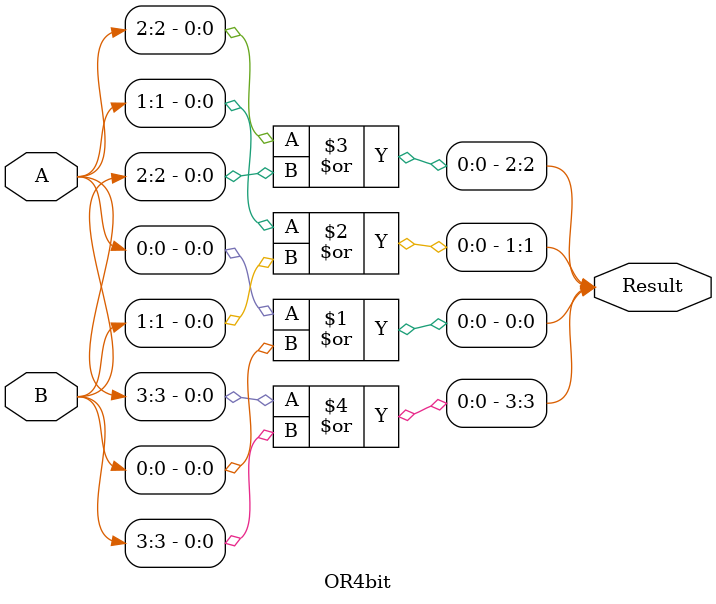
<source format=v>

module OR4bit(
    input  [3:0] A, B,     // Entradas de 4 bits
    output [3:0] Result    // Resultado OR bit a bit
);

    // Operação OR bit a bit
    or or0(Result[0], A[0], B[0]);
    or or1(Result[1], A[1], B[1]);
    or or2(Result[2], A[2], B[2]);
    or or3(Result[3], A[3], B[3]);

endmodule
</source>
